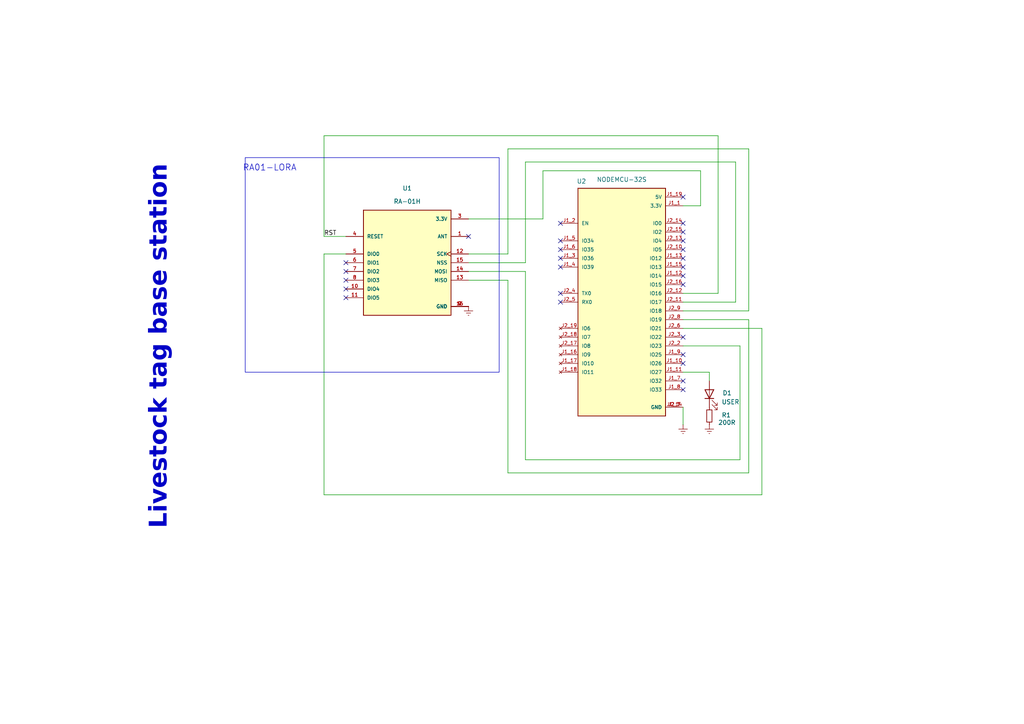
<source format=kicad_sch>
(kicad_sch (version 20231120) (generator "eeschema") (generator_version "8.0")
  (paper "A4")
  (lib_symbols
    (symbol "Device:LED" (pin_numbers hide) (pin_names (offset 1.016) hide)
      (property "Reference" "D" (at 0 2.54 0))
      (property "Value" "LED" (at 0 -2.54 0))
      (symbol "LED_0_1"
        (polyline (pts (xy -1.27 -1.27) (xy -1.27 1.27)) (stroke (width 0.254)))
        (polyline (pts (xy -1.27 0) (xy 1.27 0)))
        (polyline (pts (xy 1.27 -1.27) (xy 1.27 1.27) (xy -1.27 0) (xy 1.27 -1.27)) (stroke (width 0.254)))
        (polyline (pts (xy -3.048 -0.762) (xy -4.572 -2.286) (xy -3.81 -2.286) (xy -4.572 -2.286) (xy -4.572 -1.524)))
        (polyline (pts (xy -1.778 -0.762) (xy -3.302 -2.286) (xy -2.54 -2.286) (xy -3.302 -2.286) (xy -3.302 -1.524)))
      )
      (symbol "LED_1_1"
        (pin passive line (at -3.81 0 0) (length 2.54) (name "K") (number "1"))
        (pin passive line (at 3.81 0 180) (length 2.54) (name "A") (number "2"))
      )
    )
    (symbol "Device:R_Small" (pin_numbers hide) (pin_names (offset 0.254) hide)
      (property "Reference" "R" (at 0.762 0.508 0))
      (property "Value" "R_Small" (at 0.762 -1.016 0))
      (symbol "R_Small_0_1"
        (rectangle (start -0.762 1.778) (end 0.762 -1.778) (stroke (width 0.2032)))
      )
      (symbol "R_Small_1_1"
        (pin passive line (at 0 2.54 270) (length 0.762) (name "~") (number "1"))
        (pin passive line (at 0 -2.54 90) (length 0.762) (name "~") (number "2"))
      )
    )
    (symbol "NODEMCU-32S:NODEMCU-32S" (pin_names (offset 1.016))
      (property "Reference" "U" (at -12.7 33.782 0))
      (property "Value" "NODEMCU-32S" (at -12.7 -35.56 0))
      (symbol "NODEMCU-32S_0_0"
        (rectangle (start -12.7 -33.02) (end 12.7 33.02) (stroke (width 0.254)) (fill (type background)))
        (pin power_in line (at 17.78 27.94 180) (length 5.08) (name "3.3V") (number "J1_1"))
        (pin bidirectional line (at 17.78 -17.78 180) (length 5.08) (name "IO26") (number "J1_10"))
        (pin bidirectional line (at 17.78 -20.32 180) (length 5.08) (name "IO27") (number "J1_11"))
        (pin bidirectional line (at 17.78 7.62 180) (length 5.08) (name "IO14") (number "J1_12"))
        (pin bidirectional line (at 17.78 12.7 180) (length 5.08) (name "IO12") (number "J1_13"))
        (pin power_in line (at 17.78 -30.48 180) (length 5.08) (name "GND") (number "J1_14"))
        (pin bidirectional line (at 17.78 10.16 180) (length 5.08) (name "IO13") (number "J1_15"))
        (pin no_connect line (at -17.78 -15.24 0) (length 5.08) (name "IO9") (number "J1_16"))
        (pin no_connect line (at -17.78 -17.78 0) (length 5.08) (name "IO10") (number "J1_17"))
        (pin no_connect line (at -17.78 -20.32 0) (length 5.08) (name "IO11") (number "J1_18"))
        (pin power_in line (at 17.78 30.48 180) (length 5.08) (name "5V") (number "J1_19"))
        (pin input line (at -17.78 22.86 0) (length 5.08) (name "EN") (number "J1_2"))
        (pin input line (at -17.78 12.7 0) (length 5.08) (name "IO36") (number "J1_3"))
        (pin input line (at -17.78 10.16 0) (length 5.08) (name "IO39") (number "J1_4"))
        (pin input line (at -17.78 17.78 0) (length 5.08) (name "IO34") (number "J1_5"))
        (pin input line (at -17.78 15.24 0) (length 5.08) (name "IO35") (number "J1_6"))
        (pin bidirectional line (at 17.78 -22.86 180) (length 5.08) (name "IO32") (number "J1_7"))
        (pin bidirectional line (at 17.78 -25.4 180) (length 5.08) (name "IO33") (number "J1_8"))
        (pin bidirectional line (at 17.78 -15.24 180) (length 5.08) (name "IO25") (number "J1_9"))
        (pin power_in line (at 17.78 -30.48 180) (length 5.08) (name "GND") (number "J2_1"))
        (pin bidirectional line (at 17.78 15.24 180) (length 5.08) (name "IO5") (number "J2_10"))
        (pin bidirectional line (at 17.78 0 180) (length 5.08) (name "IO17") (number "J2_11"))
        (pin bidirectional line (at 17.78 2.54 180) (length 5.08) (name "IO16") (number "J2_12"))
        (pin bidirectional line (at 17.78 17.78 180) (length 5.08) (name "IO4") (number "J2_13"))
        (pin bidirectional line (at 17.78 22.86 180) (length 5.08) (name "IO0") (number "J2_14"))
        (pin bidirectional line (at 17.78 20.32 180) (length 5.08) (name "IO2") (number "J2_15"))
        (pin bidirectional line (at 17.78 5.08 180) (length 5.08) (name "IO15") (number "J2_16"))
        (pin no_connect line (at -17.78 -12.7 0) (length 5.08) (name "IO8") (number "J2_17"))
        (pin no_connect line (at -17.78 -10.16 0) (length 5.08) (name "IO7") (number "J2_18"))
        (pin no_connect line (at -17.78 -7.62 0) (length 5.08) (name "IO6") (number "J2_19"))
        (pin bidirectional line (at 17.78 -12.7 180) (length 5.08) (name "IO23") (number "J2_2"))
        (pin bidirectional line (at 17.78 -10.16 180) (length 5.08) (name "IO22") (number "J2_3"))
        (pin bidirectional line (at -17.78 2.54 0) (length 5.08) (name "TX0") (number "J2_4"))
        (pin bidirectional line (at -17.78 0 0) (length 5.08) (name "RX0") (number "J2_5"))
        (pin bidirectional line (at 17.78 -7.62 180) (length 5.08) (name "IO21") (number "J2_6"))
        (pin power_in line (at 17.78 -30.48 180) (length 5.08) (name "GND") (number "J2_7"))
        (pin bidirectional line (at 17.78 -5.08 180) (length 5.08) (name "IO19") (number "J2_8"))
        (pin bidirectional line (at 17.78 -2.54 180) (length 5.08) (name "IO18") (number "J2_9"))
      )
    )
    (symbol "RA-01H:RA-01H" (pin_names (offset 1.016))
      (property "Reference" "U" (at -12.7 16.256 0))
      (property "Value" "RA-01H" (at -12.7 -17.78 0))
      (symbol "RA-01H_0_0"
        (rectangle (start -12.7 -15.24) (end 12.7 15.24) (stroke (width 0.254)) (fill (type background)))
        (pin bidirectional line (at 17.78 7.62 180) (length 5.08) (name "ANT") (number "1"))
        (pin bidirectional line (at -17.78 -7.62 0) (length 5.08) (name "DIO4") (number "10"))
        (pin bidirectional line (at -17.78 -10.16 0) (length 5.08) (name "DIO5") (number "11"))
        (pin input clock (at 17.78 2.54 180) (length 5.08) (name "SCK") (number "12"))
        (pin output line (at 17.78 -5.08 180) (length 5.08) (name "MISO") (number "13"))
        (pin input line (at 17.78 -2.54 180) (length 5.08) (name "MOSI") (number "14"))
        (pin input line (at 17.78 0 180) (length 5.08) (name "NSS") (number "15"))
        (pin power_in line (at 17.78 -12.7 180) (length 5.08) (name "GND") (number "16"))
        (pin power_in line (at 17.78 -12.7 180) (length 5.08) (name "GND") (number "2"))
        (pin power_in line (at 17.78 12.7 180) (length 5.08) (name "3.3V") (number "3"))
        (pin input line (at -17.78 7.62 0) (length 5.08) (name "RESET") (number "4"))
        (pin bidirectional line (at -17.78 2.54 0) (length 5.08) (name "DIO0") (number "5"))
        (pin bidirectional line (at -17.78 0 0) (length 5.08) (name "DIO1") (number "6"))
        (pin bidirectional line (at -17.78 -2.54 0) (length 5.08) (name "DIO2") (number "7"))
        (pin bidirectional line (at -17.78 -5.08 0) (length 5.08) (name "DIO3") (number "8"))
        (pin power_in line (at 17.78 -12.7 180) (length 5.08) (name "GND") (number "9"))
      )
    )
    (symbol "power:Earth" (power) (pin_numbers hide) (pin_names (offset 0) hide)
      (property "Value" "Earth" (at 0 -3.81 0))
      (symbol "Earth_0_1"
        (polyline (pts (xy -0.635 -1.905) (xy 0.635 -1.905)))
        (polyline (pts (xy -0.127 -2.54) (xy 0.127 -2.54)))
        (polyline (pts (xy 0 -1.27) (xy 0 0)))
        (polyline (pts (xy 1.27 -1.27) (xy -1.27 -1.27)))
      )
      (symbol "Earth_1_1"
        (pin power_in line (at 0 0 270) (length 0) (name "~") (number "1"))
      )
    )
  )
  (no_connect (at 100.33 76.2))
  (no_connect (at 162.56 69.85))
  (no_connect (at 162.56 74.93))
  (no_connect (at 100.33 83.82))
  (no_connect (at 198.12 110.49))
  (no_connect (at 162.56 85.09))
  (no_connect (at 100.33 78.74))
  (no_connect (at 162.56 72.39))
  (no_connect (at 162.56 77.47))
  (no_connect (at 135.89 68.58))
  (no_connect (at 198.12 113.03))
  (no_connect (at 198.12 80.01))
  (no_connect (at 162.56 64.77))
  (no_connect (at 100.33 81.28))
  (no_connect (at 198.12 64.77))
  (no_connect (at 198.12 82.55))
  (no_connect (at 198.12 72.39))
  (no_connect (at 198.12 74.93))
  (no_connect (at 198.12 102.87))
  (no_connect (at 198.12 67.31))
  (no_connect (at 162.56 87.63))
  (no_connect (at 198.12 77.47))
  (no_connect (at 198.12 57.15))
  (no_connect (at 198.12 105.41))
  (no_connect (at 198.12 97.79))
  (no_connect (at 198.12 69.85))
  (no_connect (at 100.33 86.36))
  (wire (pts (xy 135.89 73.66) (xy 147.32 73.66)))
  (wire (pts (xy 93.98 39.37) (xy 93.98 68.58)))
  (wire (pts (xy 217.17 90.17) (xy 198.12 90.17)))
  (wire (pts (xy 157.48 63.5) (xy 157.48 49.53)))
  (wire (pts (xy 214.63 133.35) (xy 214.63 100.33)))
  (wire (pts (xy 152.4 133.35) (xy 214.63 133.35)))
  (wire (pts (xy 205.74 107.95) (xy 205.74 110.49)))
  (wire (pts (xy 203.2 49.53) (xy 203.2 59.69)))
  (wire (pts (xy 198.12 92.71) (xy 217.17 92.71)))
  (wire (pts (xy 147.32 43.18) (xy 217.17 43.18)))
  (wire (pts (xy 93.98 68.58) (xy 100.33 68.58)))
  (wire (pts (xy 213.36 46.99) (xy 213.36 87.63)))
  (wire (pts (xy 213.36 87.63) (xy 198.12 87.63)))
  (wire (pts (xy 93.98 73.66) (xy 100.33 73.66)))
  (wire (pts (xy 157.48 49.53) (xy 203.2 49.53)))
  (wire (pts (xy 135.89 78.74) (xy 152.4 78.74)))
  (wire (pts (xy 147.32 137.16) (xy 217.17 137.16)))
  (wire (pts (xy 152.4 78.74) (xy 152.4 133.35)))
  (wire (pts (xy 147.32 73.66) (xy 147.32 43.18)))
  (wire (pts (xy 220.98 143.51) (xy 220.98 95.25)))
  (wire (pts (xy 198.12 107.95) (xy 205.74 107.95)))
  (wire (pts (xy 135.89 76.2) (xy 152.4 76.2)))
  (wire (pts (xy 152.4 46.99) (xy 213.36 46.99)))
  (wire (pts (xy 198.12 123.19) (xy 198.12 118.11)))
  (wire (pts (xy 135.89 63.5) (xy 157.48 63.5)))
  (wire (pts (xy 93.98 73.66) (xy 93.98 143.51)))
  (wire (pts (xy 198.12 59.69) (xy 203.2 59.69)))
  (wire (pts (xy 217.17 137.16) (xy 217.17 92.71)))
  (wire (pts (xy 93.98 143.51) (xy 220.98 143.51)))
  (wire (pts (xy 208.28 85.09) (xy 208.28 39.37)))
  (wire (pts (xy 208.28 39.37) (xy 93.98 39.37)))
  (wire (pts (xy 152.4 76.2) (xy 152.4 46.99)))
  (wire (pts (xy 147.32 81.28) (xy 147.32 137.16)))
  (wire (pts (xy 214.63 100.33) (xy 198.12 100.33)))
  (wire (pts (xy 220.98 95.25) (xy 198.12 95.25)))
  (wire (pts (xy 198.12 85.09) (xy 208.28 85.09)))
  (wire (pts (xy 135.89 81.28) (xy 147.32 81.28)))
  (wire (pts (xy 217.17 43.18) (xy 217.17 90.17)))
  (rectangle (start 71.12 45.72) (end 144.78 107.95))
  (text "Livestock tag base station " (at 47.498 99.314 90) (effects (font (size 5.08 5.08) (thickness 1.016) (bold yes))))
  (text "RA01-LORA\n" (at 78.232 48.768 0) (effects (font (size 1.778 1.778))))
  (label "RST" (at 93.98 68.58 0))
  (symbol (lib_id "Device:LED") (at 205.74 114.3 90) (unit 1)
    (property "Reference" "D1" (at 209.55 113.9824 90) (effects (justify right)))
    (property "Value" "USER" (at 209.296 116.586 90) (effects (justify right)))
    (property "Footprint" "LED_THT:LED_D3.0mm" (effects (hide yes)))
    (property "Description" "Light emitting diode" (effects (hide yes)))
  )
  (symbol (lib_id "NODEMCU-32S:NODEMCU-32S") (at 180.34 87.63 0) (unit 1)
    (property "Reference" "U2" (at 168.656 52.578 0))
    (property "Value" "NODEMCU-32S" (at 180.34 52.07 0))
    (property "Footprint" "NODEMCU-32S:MODULE_NODEMCU-32S" (effects (hide yes)))
    (property "MF" "AI-Thinker" (effects (hide yes)))
    (property "MAXIMUM_PACKAGE_HEIGHT" "3.00mm" (effects (hide yes)))
    (property "Package" "Package" (effects (hide yes)))
    (property "Price" "None" (effects (hide yes)))
    (property "Check_prices" "https://www.snapeda.com/parts/NODEMCU-32S/AI-Thinker/view-part/?ref=eda" (effects (hide yes)))
    (property "STANDARD" "Manufacturer Recommendations" (effects (hide yes)))
    (property "PARTREV" "V1" (effects (hide yes)))
    (property "SnapEDA_Link" "https://www.snapeda.com/parts/NODEMCU-32S/AI-Thinker/view-part/?ref=snap" (effects (hide yes)))
    (property "MP" "NODEMCU-32S" (effects (hide yes)))
    (property "Description_1" "\n                        \n                            WIFI MODULE V1\n                        \n" (effects (hide yes)))
    (property "Availability" "Not in stock" (effects (hide yes)))
    (property "MANUFACTURER" "AI-Thinker" (effects (hide yes)))
  )
  (symbol (lib_id "power:Earth") (at 205.74 123.19 0) (unit 1)
    (property "Reference" "#PWR03" (effects (hide yes)))
    (property "Value" "Earth" (effects (hide yes)))
    (property "Description" "Power symbol creates a global label with name \"Earth\"" (effects (hide yes)))
  )
  (symbol (lib_id "Device:R_Small") (at 205.74 120.65 0) (unit 1)
    (property "Reference" "R1" (at 209.296 120.396 0) (effects (justify left)))
    (property "Value" "200R" (at 208.28 122.5549 0) (effects (justify left)))
    (property "Footprint" "Resistor_THT:R_Axial_DIN0207_L6.3mm_D2.5mm_P15.24mm_Horizontal" (effects (hide yes)))
    (property "Description" "Resistor, small symbol" (effects (hide yes)))
  )
  (symbol (lib_id "power:Earth") (at 135.89 88.9 0) (unit 1)
    (property "Reference" "#PWR01" (effects (hide yes)))
    (property "Value" "Earth" (effects (hide yes)))
    (property "Description" "Power symbol creates a global label with name \"Earth\"" (effects (hide yes)))
  )
  (symbol (lib_id "RA-01H:RA-01H") (at 118.11 76.2 0) (unit 1)
    (property "Reference" "U1" (at 118.11 54.61 0))
    (property "Value" "RA-01H" (at 118.11 58.42 0))
    (property "Footprint" "RA-01H:XCVR_RA-01H" (effects (hide yes)))
    (property "MF" "AI-Thinker" (effects (hide yes)))
    (property "MAXIMUM_PACKAGE_HEIGHT" "3.4mm" (effects (hide yes)))
    (property "Package" "Package" (effects (hide yes)))
    (property "Price" "None" (effects (hide yes)))
    (property "Check_prices" "https://www.snapeda.com/parts/RA-01H/AI-Thinker/view-part/?ref=eda" (effects (hide yes)))
    (property "STANDARD" "Manufacturer Recommendations" (effects (hide yes)))
    (property "PARTREV" "V1.0" (effects (hide yes)))
    (property "SnapEDA_Link" "https://www.snapeda.com/parts/RA-01H/AI-Thinker/view-part/?ref=snap" (effects (hide yes)))
    (property "MP" "RA-01H" (effects (hide yes)))
    (property "Description_1" "\n                        \n                            General ISM < 1GHz LoRa™ Transceiver Module 803MHz ~ 930MHz Antenna Not Included Surface Mount\n                        \n" (effects (hide yes)))
    (property "Availability" "In Stock" (effects (hide yes)))
    (property "MANUFACTURER" "AI-Thinker" (effects (hide yes)))
  )
  (symbol (lib_id "power:Earth") (at 198.12 123.19 0) (unit 1)
    (property "Reference" "#PWR02" (effects (hide yes)))
    (property "Value" "Earth" (effects (hide yes)))
    (property "Description" "Power symbol creates a global label with name \"Earth\"" (effects (hide yes)))
  )
)
</source>
